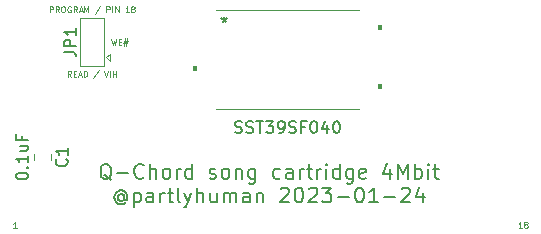
<source format=gbr>
%TF.GenerationSoftware,KiCad,Pcbnew,(6.0.7-1)-1*%
%TF.CreationDate,2023-01-24T10:25:51-08:00*%
%TF.ProjectId,QCard,51436172-642e-46b6-9963-61645f706362,1903842*%
%TF.SameCoordinates,Original*%
%TF.FileFunction,Legend,Top*%
%TF.FilePolarity,Positive*%
%FSLAX46Y46*%
G04 Gerber Fmt 4.6, Leading zero omitted, Abs format (unit mm)*
G04 Created by KiCad (PCBNEW (6.0.7-1)-1) date 2023-01-24 10:25:51*
%MOMM*%
%LPD*%
G01*
G04 APERTURE LIST*
%ADD10C,0.100000*%
%ADD11C,0.150000*%
%ADD12C,0.120000*%
G04 APERTURE END LIST*
D10*
X60726190Y-70426190D02*
X60559523Y-70188095D01*
X60440476Y-70426190D02*
X60440476Y-69926190D01*
X60630952Y-69926190D01*
X60678571Y-69950000D01*
X60702380Y-69973809D01*
X60726190Y-70021428D01*
X60726190Y-70092857D01*
X60702380Y-70140476D01*
X60678571Y-70164285D01*
X60630952Y-70188095D01*
X60440476Y-70188095D01*
X60940476Y-70164285D02*
X61107142Y-70164285D01*
X61178571Y-70426190D02*
X60940476Y-70426190D01*
X60940476Y-69926190D01*
X61178571Y-69926190D01*
X61369047Y-70283333D02*
X61607142Y-70283333D01*
X61321428Y-70426190D02*
X61488095Y-69926190D01*
X61654761Y-70426190D01*
X61821428Y-70426190D02*
X61821428Y-69926190D01*
X61940476Y-69926190D01*
X62011904Y-69950000D01*
X62059523Y-69997619D01*
X62083333Y-70045238D01*
X62107142Y-70140476D01*
X62107142Y-70211904D01*
X62083333Y-70307142D01*
X62059523Y-70354761D01*
X62011904Y-70402380D01*
X61940476Y-70426190D01*
X61821428Y-70426190D01*
X63059523Y-69902380D02*
X62630952Y-70545238D01*
X63535714Y-69926190D02*
X63702380Y-70426190D01*
X63869047Y-69926190D01*
X64035714Y-70426190D02*
X64035714Y-69926190D01*
X64273809Y-70426190D02*
X64273809Y-69926190D01*
X64273809Y-70164285D02*
X64559523Y-70164285D01*
X64559523Y-70426190D02*
X64559523Y-69926190D01*
X58916666Y-64976190D02*
X58916666Y-64476190D01*
X59107142Y-64476190D01*
X59154761Y-64500000D01*
X59178571Y-64523809D01*
X59202380Y-64571428D01*
X59202380Y-64642857D01*
X59178571Y-64690476D01*
X59154761Y-64714285D01*
X59107142Y-64738095D01*
X58916666Y-64738095D01*
X59702380Y-64976190D02*
X59535714Y-64738095D01*
X59416666Y-64976190D02*
X59416666Y-64476190D01*
X59607142Y-64476190D01*
X59654761Y-64500000D01*
X59678571Y-64523809D01*
X59702380Y-64571428D01*
X59702380Y-64642857D01*
X59678571Y-64690476D01*
X59654761Y-64714285D01*
X59607142Y-64738095D01*
X59416666Y-64738095D01*
X60011904Y-64476190D02*
X60107142Y-64476190D01*
X60154761Y-64500000D01*
X60202380Y-64547619D01*
X60226190Y-64642857D01*
X60226190Y-64809523D01*
X60202380Y-64904761D01*
X60154761Y-64952380D01*
X60107142Y-64976190D01*
X60011904Y-64976190D01*
X59964285Y-64952380D01*
X59916666Y-64904761D01*
X59892857Y-64809523D01*
X59892857Y-64642857D01*
X59916666Y-64547619D01*
X59964285Y-64500000D01*
X60011904Y-64476190D01*
X60702380Y-64500000D02*
X60654761Y-64476190D01*
X60583333Y-64476190D01*
X60511904Y-64500000D01*
X60464285Y-64547619D01*
X60440476Y-64595238D01*
X60416666Y-64690476D01*
X60416666Y-64761904D01*
X60440476Y-64857142D01*
X60464285Y-64904761D01*
X60511904Y-64952380D01*
X60583333Y-64976190D01*
X60630952Y-64976190D01*
X60702380Y-64952380D01*
X60726190Y-64928571D01*
X60726190Y-64761904D01*
X60630952Y-64761904D01*
X61226190Y-64976190D02*
X61059523Y-64738095D01*
X60940476Y-64976190D02*
X60940476Y-64476190D01*
X61130952Y-64476190D01*
X61178571Y-64500000D01*
X61202380Y-64523809D01*
X61226190Y-64571428D01*
X61226190Y-64642857D01*
X61202380Y-64690476D01*
X61178571Y-64714285D01*
X61130952Y-64738095D01*
X60940476Y-64738095D01*
X61416666Y-64833333D02*
X61654761Y-64833333D01*
X61369047Y-64976190D02*
X61535714Y-64476190D01*
X61702380Y-64976190D01*
X61869047Y-64976190D02*
X61869047Y-64476190D01*
X62035714Y-64833333D01*
X62202380Y-64476190D01*
X62202380Y-64976190D01*
X63178571Y-64452380D02*
X62750000Y-65095238D01*
X63726190Y-64976190D02*
X63726190Y-64476190D01*
X63916666Y-64476190D01*
X63964285Y-64500000D01*
X63988095Y-64523809D01*
X64011904Y-64571428D01*
X64011904Y-64642857D01*
X63988095Y-64690476D01*
X63964285Y-64714285D01*
X63916666Y-64738095D01*
X63726190Y-64738095D01*
X64226190Y-64976190D02*
X64226190Y-64476190D01*
X64464285Y-64976190D02*
X64464285Y-64476190D01*
X64750000Y-64976190D01*
X64750000Y-64476190D01*
X65630952Y-64976190D02*
X65345238Y-64976190D01*
X65488095Y-64976190D02*
X65488095Y-64476190D01*
X65440476Y-64547619D01*
X65392857Y-64595238D01*
X65345238Y-64619047D01*
X65916666Y-64690476D02*
X65869047Y-64666666D01*
X65845238Y-64642857D01*
X65821428Y-64595238D01*
X65821428Y-64571428D01*
X65845238Y-64523809D01*
X65869047Y-64500000D01*
X65916666Y-64476190D01*
X66011904Y-64476190D01*
X66059523Y-64500000D01*
X66083333Y-64523809D01*
X66107142Y-64571428D01*
X66107142Y-64595238D01*
X66083333Y-64642857D01*
X66059523Y-64666666D01*
X66011904Y-64690476D01*
X65916666Y-64690476D01*
X65869047Y-64714285D01*
X65845238Y-64738095D01*
X65821428Y-64785714D01*
X65821428Y-64880952D01*
X65845238Y-64928571D01*
X65869047Y-64952380D01*
X65916666Y-64976190D01*
X66011904Y-64976190D01*
X66059523Y-64952380D01*
X66083333Y-64928571D01*
X66107142Y-64880952D01*
X66107142Y-64785714D01*
X66083333Y-64738095D01*
X66059523Y-64714285D01*
X66011904Y-64690476D01*
D11*
X64136904Y-79178273D02*
X64017857Y-79118750D01*
X63898809Y-78999702D01*
X63720238Y-78821130D01*
X63601190Y-78761607D01*
X63482142Y-78761607D01*
X63541666Y-79059226D02*
X63422619Y-78999702D01*
X63303571Y-78880654D01*
X63244047Y-78642559D01*
X63244047Y-78225892D01*
X63303571Y-77987797D01*
X63422619Y-77868750D01*
X63541666Y-77809226D01*
X63779761Y-77809226D01*
X63898809Y-77868750D01*
X64017857Y-77987797D01*
X64077380Y-78225892D01*
X64077380Y-78642559D01*
X64017857Y-78880654D01*
X63898809Y-78999702D01*
X63779761Y-79059226D01*
X63541666Y-79059226D01*
X64613095Y-78583035D02*
X65565476Y-78583035D01*
X66875000Y-78940178D02*
X66815476Y-78999702D01*
X66636904Y-79059226D01*
X66517857Y-79059226D01*
X66339285Y-78999702D01*
X66220238Y-78880654D01*
X66160714Y-78761607D01*
X66101190Y-78523511D01*
X66101190Y-78344940D01*
X66160714Y-78106845D01*
X66220238Y-77987797D01*
X66339285Y-77868750D01*
X66517857Y-77809226D01*
X66636904Y-77809226D01*
X66815476Y-77868750D01*
X66875000Y-77928273D01*
X67410714Y-79059226D02*
X67410714Y-77809226D01*
X67946428Y-79059226D02*
X67946428Y-78404464D01*
X67886904Y-78285416D01*
X67767857Y-78225892D01*
X67589285Y-78225892D01*
X67470238Y-78285416D01*
X67410714Y-78344940D01*
X68720238Y-79059226D02*
X68601190Y-78999702D01*
X68541666Y-78940178D01*
X68482142Y-78821130D01*
X68482142Y-78463988D01*
X68541666Y-78344940D01*
X68601190Y-78285416D01*
X68720238Y-78225892D01*
X68898809Y-78225892D01*
X69017857Y-78285416D01*
X69077380Y-78344940D01*
X69136904Y-78463988D01*
X69136904Y-78821130D01*
X69077380Y-78940178D01*
X69017857Y-78999702D01*
X68898809Y-79059226D01*
X68720238Y-79059226D01*
X69672619Y-79059226D02*
X69672619Y-78225892D01*
X69672619Y-78463988D02*
X69732142Y-78344940D01*
X69791666Y-78285416D01*
X69910714Y-78225892D01*
X70029761Y-78225892D01*
X70982142Y-79059226D02*
X70982142Y-77809226D01*
X70982142Y-78999702D02*
X70863095Y-79059226D01*
X70625000Y-79059226D01*
X70505952Y-78999702D01*
X70446428Y-78940178D01*
X70386904Y-78821130D01*
X70386904Y-78463988D01*
X70446428Y-78344940D01*
X70505952Y-78285416D01*
X70625000Y-78225892D01*
X70863095Y-78225892D01*
X70982142Y-78285416D01*
X72470238Y-78999702D02*
X72589285Y-79059226D01*
X72827380Y-79059226D01*
X72946428Y-78999702D01*
X73005952Y-78880654D01*
X73005952Y-78821130D01*
X72946428Y-78702083D01*
X72827380Y-78642559D01*
X72648809Y-78642559D01*
X72529761Y-78583035D01*
X72470238Y-78463988D01*
X72470238Y-78404464D01*
X72529761Y-78285416D01*
X72648809Y-78225892D01*
X72827380Y-78225892D01*
X72946428Y-78285416D01*
X73720238Y-79059226D02*
X73601190Y-78999702D01*
X73541666Y-78940178D01*
X73482142Y-78821130D01*
X73482142Y-78463988D01*
X73541666Y-78344940D01*
X73601190Y-78285416D01*
X73720238Y-78225892D01*
X73898809Y-78225892D01*
X74017857Y-78285416D01*
X74077380Y-78344940D01*
X74136904Y-78463988D01*
X74136904Y-78821130D01*
X74077380Y-78940178D01*
X74017857Y-78999702D01*
X73898809Y-79059226D01*
X73720238Y-79059226D01*
X74672619Y-78225892D02*
X74672619Y-79059226D01*
X74672619Y-78344940D02*
X74732142Y-78285416D01*
X74851190Y-78225892D01*
X75029761Y-78225892D01*
X75148809Y-78285416D01*
X75208333Y-78404464D01*
X75208333Y-79059226D01*
X76339285Y-78225892D02*
X76339285Y-79237797D01*
X76279761Y-79356845D01*
X76220238Y-79416369D01*
X76101190Y-79475892D01*
X75922619Y-79475892D01*
X75803571Y-79416369D01*
X76339285Y-78999702D02*
X76220238Y-79059226D01*
X75982142Y-79059226D01*
X75863095Y-78999702D01*
X75803571Y-78940178D01*
X75744047Y-78821130D01*
X75744047Y-78463988D01*
X75803571Y-78344940D01*
X75863095Y-78285416D01*
X75982142Y-78225892D01*
X76220238Y-78225892D01*
X76339285Y-78285416D01*
X78422619Y-78999702D02*
X78303571Y-79059226D01*
X78065476Y-79059226D01*
X77946428Y-78999702D01*
X77886904Y-78940178D01*
X77827380Y-78821130D01*
X77827380Y-78463988D01*
X77886904Y-78344940D01*
X77946428Y-78285416D01*
X78065476Y-78225892D01*
X78303571Y-78225892D01*
X78422619Y-78285416D01*
X79494047Y-79059226D02*
X79494047Y-78404464D01*
X79434523Y-78285416D01*
X79315476Y-78225892D01*
X79077380Y-78225892D01*
X78958333Y-78285416D01*
X79494047Y-78999702D02*
X79375000Y-79059226D01*
X79077380Y-79059226D01*
X78958333Y-78999702D01*
X78898809Y-78880654D01*
X78898809Y-78761607D01*
X78958333Y-78642559D01*
X79077380Y-78583035D01*
X79375000Y-78583035D01*
X79494047Y-78523511D01*
X80089285Y-79059226D02*
X80089285Y-78225892D01*
X80089285Y-78463988D02*
X80148809Y-78344940D01*
X80208333Y-78285416D01*
X80327380Y-78225892D01*
X80446428Y-78225892D01*
X80684523Y-78225892D02*
X81160714Y-78225892D01*
X80863095Y-77809226D02*
X80863095Y-78880654D01*
X80922619Y-78999702D01*
X81041666Y-79059226D01*
X81160714Y-79059226D01*
X81577380Y-79059226D02*
X81577380Y-78225892D01*
X81577380Y-78463988D02*
X81636904Y-78344940D01*
X81696428Y-78285416D01*
X81815476Y-78225892D01*
X81934523Y-78225892D01*
X82351190Y-79059226D02*
X82351190Y-78225892D01*
X82351190Y-77809226D02*
X82291666Y-77868750D01*
X82351190Y-77928273D01*
X82410714Y-77868750D01*
X82351190Y-77809226D01*
X82351190Y-77928273D01*
X83482142Y-79059226D02*
X83482142Y-77809226D01*
X83482142Y-78999702D02*
X83363095Y-79059226D01*
X83125000Y-79059226D01*
X83005952Y-78999702D01*
X82946428Y-78940178D01*
X82886904Y-78821130D01*
X82886904Y-78463988D01*
X82946428Y-78344940D01*
X83005952Y-78285416D01*
X83125000Y-78225892D01*
X83363095Y-78225892D01*
X83482142Y-78285416D01*
X84613095Y-78225892D02*
X84613095Y-79237797D01*
X84553571Y-79356845D01*
X84494047Y-79416369D01*
X84375000Y-79475892D01*
X84196428Y-79475892D01*
X84077380Y-79416369D01*
X84613095Y-78999702D02*
X84494047Y-79059226D01*
X84255952Y-79059226D01*
X84136904Y-78999702D01*
X84077380Y-78940178D01*
X84017857Y-78821130D01*
X84017857Y-78463988D01*
X84077380Y-78344940D01*
X84136904Y-78285416D01*
X84255952Y-78225892D01*
X84494047Y-78225892D01*
X84613095Y-78285416D01*
X85684523Y-78999702D02*
X85565476Y-79059226D01*
X85327380Y-79059226D01*
X85208333Y-78999702D01*
X85148809Y-78880654D01*
X85148809Y-78404464D01*
X85208333Y-78285416D01*
X85327380Y-78225892D01*
X85565476Y-78225892D01*
X85684523Y-78285416D01*
X85744047Y-78404464D01*
X85744047Y-78523511D01*
X85148809Y-78642559D01*
X87767857Y-78225892D02*
X87767857Y-79059226D01*
X87470238Y-77749702D02*
X87172619Y-78642559D01*
X87946428Y-78642559D01*
X88422619Y-79059226D02*
X88422619Y-77809226D01*
X88839285Y-78702083D01*
X89255952Y-77809226D01*
X89255952Y-79059226D01*
X89851190Y-79059226D02*
X89851190Y-77809226D01*
X89851190Y-78285416D02*
X89970238Y-78225892D01*
X90208333Y-78225892D01*
X90327380Y-78285416D01*
X90386904Y-78344940D01*
X90446428Y-78463988D01*
X90446428Y-78821130D01*
X90386904Y-78940178D01*
X90327380Y-78999702D01*
X90208333Y-79059226D01*
X89970238Y-79059226D01*
X89851190Y-78999702D01*
X90982142Y-79059226D02*
X90982142Y-78225892D01*
X90982142Y-77809226D02*
X90922619Y-77868750D01*
X90982142Y-77928273D01*
X91041666Y-77868750D01*
X90982142Y-77809226D01*
X90982142Y-77928273D01*
X91398809Y-78225892D02*
X91875000Y-78225892D01*
X91577380Y-77809226D02*
X91577380Y-78880654D01*
X91636904Y-78999702D01*
X91755952Y-79059226D01*
X91875000Y-79059226D01*
X65208333Y-80476488D02*
X65148809Y-80416964D01*
X65029761Y-80357440D01*
X64910714Y-80357440D01*
X64791666Y-80416964D01*
X64732142Y-80476488D01*
X64672619Y-80595535D01*
X64672619Y-80714583D01*
X64732142Y-80833630D01*
X64791666Y-80893154D01*
X64910714Y-80952678D01*
X65029761Y-80952678D01*
X65148809Y-80893154D01*
X65208333Y-80833630D01*
X65208333Y-80357440D02*
X65208333Y-80833630D01*
X65267857Y-80893154D01*
X65327380Y-80893154D01*
X65446428Y-80833630D01*
X65505952Y-80714583D01*
X65505952Y-80416964D01*
X65386904Y-80238392D01*
X65208333Y-80119345D01*
X64970238Y-80059821D01*
X64732142Y-80119345D01*
X64553571Y-80238392D01*
X64434523Y-80416964D01*
X64375000Y-80655059D01*
X64434523Y-80893154D01*
X64553571Y-81071726D01*
X64732142Y-81190773D01*
X64970238Y-81250297D01*
X65208333Y-81190773D01*
X65386904Y-81071726D01*
X66041666Y-80238392D02*
X66041666Y-81488392D01*
X66041666Y-80297916D02*
X66160714Y-80238392D01*
X66398809Y-80238392D01*
X66517857Y-80297916D01*
X66577380Y-80357440D01*
X66636904Y-80476488D01*
X66636904Y-80833630D01*
X66577380Y-80952678D01*
X66517857Y-81012202D01*
X66398809Y-81071726D01*
X66160714Y-81071726D01*
X66041666Y-81012202D01*
X67708333Y-81071726D02*
X67708333Y-80416964D01*
X67648809Y-80297916D01*
X67529761Y-80238392D01*
X67291666Y-80238392D01*
X67172619Y-80297916D01*
X67708333Y-81012202D02*
X67589285Y-81071726D01*
X67291666Y-81071726D01*
X67172619Y-81012202D01*
X67113095Y-80893154D01*
X67113095Y-80774107D01*
X67172619Y-80655059D01*
X67291666Y-80595535D01*
X67589285Y-80595535D01*
X67708333Y-80536011D01*
X68303571Y-81071726D02*
X68303571Y-80238392D01*
X68303571Y-80476488D02*
X68363095Y-80357440D01*
X68422619Y-80297916D01*
X68541666Y-80238392D01*
X68660714Y-80238392D01*
X68898809Y-80238392D02*
X69375000Y-80238392D01*
X69077380Y-79821726D02*
X69077380Y-80893154D01*
X69136904Y-81012202D01*
X69255952Y-81071726D01*
X69375000Y-81071726D01*
X69970238Y-81071726D02*
X69851190Y-81012202D01*
X69791666Y-80893154D01*
X69791666Y-79821726D01*
X70327380Y-80238392D02*
X70625000Y-81071726D01*
X70922619Y-80238392D02*
X70625000Y-81071726D01*
X70505952Y-81369345D01*
X70446428Y-81428869D01*
X70327380Y-81488392D01*
X71398809Y-81071726D02*
X71398809Y-79821726D01*
X71934523Y-81071726D02*
X71934523Y-80416964D01*
X71875000Y-80297916D01*
X71755952Y-80238392D01*
X71577380Y-80238392D01*
X71458333Y-80297916D01*
X71398809Y-80357440D01*
X73065476Y-80238392D02*
X73065476Y-81071726D01*
X72529761Y-80238392D02*
X72529761Y-80893154D01*
X72589285Y-81012202D01*
X72708333Y-81071726D01*
X72886904Y-81071726D01*
X73005952Y-81012202D01*
X73065476Y-80952678D01*
X73660714Y-81071726D02*
X73660714Y-80238392D01*
X73660714Y-80357440D02*
X73720238Y-80297916D01*
X73839285Y-80238392D01*
X74017857Y-80238392D01*
X74136904Y-80297916D01*
X74196428Y-80416964D01*
X74196428Y-81071726D01*
X74196428Y-80416964D02*
X74255952Y-80297916D01*
X74375000Y-80238392D01*
X74553571Y-80238392D01*
X74672619Y-80297916D01*
X74732142Y-80416964D01*
X74732142Y-81071726D01*
X75863095Y-81071726D02*
X75863095Y-80416964D01*
X75803571Y-80297916D01*
X75684523Y-80238392D01*
X75446428Y-80238392D01*
X75327380Y-80297916D01*
X75863095Y-81012202D02*
X75744047Y-81071726D01*
X75446428Y-81071726D01*
X75327380Y-81012202D01*
X75267857Y-80893154D01*
X75267857Y-80774107D01*
X75327380Y-80655059D01*
X75446428Y-80595535D01*
X75744047Y-80595535D01*
X75863095Y-80536011D01*
X76458333Y-80238392D02*
X76458333Y-81071726D01*
X76458333Y-80357440D02*
X76517857Y-80297916D01*
X76636904Y-80238392D01*
X76815476Y-80238392D01*
X76934523Y-80297916D01*
X76994047Y-80416964D01*
X76994047Y-81071726D01*
X78482142Y-79940773D02*
X78541666Y-79881250D01*
X78660714Y-79821726D01*
X78958333Y-79821726D01*
X79077380Y-79881250D01*
X79136904Y-79940773D01*
X79196428Y-80059821D01*
X79196428Y-80178869D01*
X79136904Y-80357440D01*
X78422619Y-81071726D01*
X79196428Y-81071726D01*
X79970238Y-79821726D02*
X80089285Y-79821726D01*
X80208333Y-79881250D01*
X80267857Y-79940773D01*
X80327380Y-80059821D01*
X80386904Y-80297916D01*
X80386904Y-80595535D01*
X80327380Y-80833630D01*
X80267857Y-80952678D01*
X80208333Y-81012202D01*
X80089285Y-81071726D01*
X79970238Y-81071726D01*
X79851190Y-81012202D01*
X79791666Y-80952678D01*
X79732142Y-80833630D01*
X79672619Y-80595535D01*
X79672619Y-80297916D01*
X79732142Y-80059821D01*
X79791666Y-79940773D01*
X79851190Y-79881250D01*
X79970238Y-79821726D01*
X80863095Y-79940773D02*
X80922619Y-79881250D01*
X81041666Y-79821726D01*
X81339285Y-79821726D01*
X81458333Y-79881250D01*
X81517857Y-79940773D01*
X81577380Y-80059821D01*
X81577380Y-80178869D01*
X81517857Y-80357440D01*
X80803571Y-81071726D01*
X81577380Y-81071726D01*
X81994047Y-79821726D02*
X82767857Y-79821726D01*
X82351190Y-80297916D01*
X82529761Y-80297916D01*
X82648809Y-80357440D01*
X82708333Y-80416964D01*
X82767857Y-80536011D01*
X82767857Y-80833630D01*
X82708333Y-80952678D01*
X82648809Y-81012202D01*
X82529761Y-81071726D01*
X82172619Y-81071726D01*
X82053571Y-81012202D01*
X81994047Y-80952678D01*
X83303571Y-80595535D02*
X84255952Y-80595535D01*
X85089285Y-79821726D02*
X85208333Y-79821726D01*
X85327380Y-79881250D01*
X85386904Y-79940773D01*
X85446428Y-80059821D01*
X85505952Y-80297916D01*
X85505952Y-80595535D01*
X85446428Y-80833630D01*
X85386904Y-80952678D01*
X85327380Y-81012202D01*
X85208333Y-81071726D01*
X85089285Y-81071726D01*
X84970238Y-81012202D01*
X84910714Y-80952678D01*
X84851190Y-80833630D01*
X84791666Y-80595535D01*
X84791666Y-80297916D01*
X84851190Y-80059821D01*
X84910714Y-79940773D01*
X84970238Y-79881250D01*
X85089285Y-79821726D01*
X86696428Y-81071726D02*
X85982142Y-81071726D01*
X86339285Y-81071726D02*
X86339285Y-79821726D01*
X86220238Y-80000297D01*
X86101190Y-80119345D01*
X85982142Y-80178869D01*
X87232142Y-80595535D02*
X88184523Y-80595535D01*
X88720238Y-79940773D02*
X88779761Y-79881250D01*
X88898809Y-79821726D01*
X89196428Y-79821726D01*
X89315476Y-79881250D01*
X89375000Y-79940773D01*
X89434523Y-80059821D01*
X89434523Y-80178869D01*
X89375000Y-80357440D01*
X88660714Y-81071726D01*
X89434523Y-81071726D01*
X90505952Y-80238392D02*
X90505952Y-81071726D01*
X90208333Y-79762202D02*
X89910714Y-80655059D01*
X90684523Y-80655059D01*
D10*
X64136428Y-67226190D02*
X64255476Y-67726190D01*
X64350714Y-67369047D01*
X64445952Y-67726190D01*
X64565000Y-67226190D01*
X64755476Y-67464285D02*
X64922142Y-67464285D01*
X64993571Y-67726190D02*
X64755476Y-67726190D01*
X64755476Y-67226190D01*
X64993571Y-67226190D01*
X65184047Y-67392857D02*
X65541190Y-67392857D01*
X65326904Y-67178571D02*
X65184047Y-67821428D01*
X65493571Y-67607142D02*
X65136428Y-67607142D01*
X65350714Y-67821428D02*
X65493571Y-67178571D01*
X56142857Y-83226190D02*
X55857142Y-83226190D01*
X56000000Y-83226190D02*
X56000000Y-82726190D01*
X55952380Y-82797619D01*
X55904761Y-82845238D01*
X55857142Y-82869047D01*
X98904761Y-83226190D02*
X98619047Y-83226190D01*
X98761904Y-83226190D02*
X98761904Y-82726190D01*
X98714285Y-82797619D01*
X98666666Y-82845238D01*
X98619047Y-82869047D01*
X99190476Y-82940476D02*
X99142857Y-82916666D01*
X99119047Y-82892857D01*
X99095238Y-82845238D01*
X99095238Y-82821428D01*
X99119047Y-82773809D01*
X99142857Y-82750000D01*
X99190476Y-82726190D01*
X99285714Y-82726190D01*
X99333333Y-82750000D01*
X99357142Y-82773809D01*
X99380952Y-82821428D01*
X99380952Y-82845238D01*
X99357142Y-82892857D01*
X99333333Y-82916666D01*
X99285714Y-82940476D01*
X99190476Y-82940476D01*
X99142857Y-82964285D01*
X99119047Y-82988095D01*
X99095238Y-83035714D01*
X99095238Y-83130952D01*
X99119047Y-83178571D01*
X99142857Y-83202380D01*
X99190476Y-83226190D01*
X99285714Y-83226190D01*
X99333333Y-83202380D01*
X99357142Y-83178571D01*
X99380952Y-83130952D01*
X99380952Y-83035714D01*
X99357142Y-82988095D01*
X99333333Y-82964285D01*
X99285714Y-82940476D01*
D11*
%TO.C,JP1*%
X60152380Y-68333333D02*
X60866666Y-68333333D01*
X61009523Y-68380952D01*
X61104761Y-68476190D01*
X61152380Y-68619047D01*
X61152380Y-68714285D01*
X61152380Y-67857142D02*
X60152380Y-67857142D01*
X60152380Y-67476190D01*
X60200000Y-67380952D01*
X60247619Y-67333333D01*
X60342857Y-67285714D01*
X60485714Y-67285714D01*
X60580952Y-67333333D01*
X60628571Y-67380952D01*
X60676190Y-67476190D01*
X60676190Y-67857142D01*
X61152380Y-66333333D02*
X61152380Y-66904761D01*
X61152380Y-66619047D02*
X60152380Y-66619047D01*
X60295238Y-66714285D01*
X60390476Y-66809523D01*
X60438095Y-66904761D01*
%TO.C,U1*%
X74621653Y-75154761D02*
X74764510Y-75202380D01*
X75002605Y-75202380D01*
X75097844Y-75154761D01*
X75145463Y-75107142D01*
X75193082Y-75011904D01*
X75193082Y-74916666D01*
X75145463Y-74821428D01*
X75097844Y-74773809D01*
X75002605Y-74726190D01*
X74812129Y-74678571D01*
X74716891Y-74630952D01*
X74669272Y-74583333D01*
X74621653Y-74488095D01*
X74621653Y-74392857D01*
X74669272Y-74297619D01*
X74716891Y-74250000D01*
X74812129Y-74202380D01*
X75050225Y-74202380D01*
X75193082Y-74250000D01*
X75574034Y-75154761D02*
X75716891Y-75202380D01*
X75954986Y-75202380D01*
X76050225Y-75154761D01*
X76097844Y-75107142D01*
X76145463Y-75011904D01*
X76145463Y-74916666D01*
X76097844Y-74821428D01*
X76050225Y-74773809D01*
X75954986Y-74726190D01*
X75764510Y-74678571D01*
X75669272Y-74630952D01*
X75621653Y-74583333D01*
X75574034Y-74488095D01*
X75574034Y-74392857D01*
X75621653Y-74297619D01*
X75669272Y-74250000D01*
X75764510Y-74202380D01*
X76002605Y-74202380D01*
X76145463Y-74250000D01*
X76431177Y-74202380D02*
X77002605Y-74202380D01*
X76716891Y-75202380D02*
X76716891Y-74202380D01*
X77240701Y-74202380D02*
X77859748Y-74202380D01*
X77526415Y-74583333D01*
X77669272Y-74583333D01*
X77764510Y-74630952D01*
X77812129Y-74678571D01*
X77859748Y-74773809D01*
X77859748Y-75011904D01*
X77812129Y-75107142D01*
X77764510Y-75154761D01*
X77669272Y-75202380D01*
X77383558Y-75202380D01*
X77288320Y-75154761D01*
X77240701Y-75107142D01*
X78335939Y-75202380D02*
X78526415Y-75202380D01*
X78621653Y-75154761D01*
X78669272Y-75107142D01*
X78764510Y-74964285D01*
X78812129Y-74773809D01*
X78812129Y-74392857D01*
X78764510Y-74297619D01*
X78716891Y-74250000D01*
X78621653Y-74202380D01*
X78431177Y-74202380D01*
X78335939Y-74250000D01*
X78288320Y-74297619D01*
X78240701Y-74392857D01*
X78240701Y-74630952D01*
X78288320Y-74726190D01*
X78335939Y-74773809D01*
X78431177Y-74821428D01*
X78621653Y-74821428D01*
X78716891Y-74773809D01*
X78764510Y-74726190D01*
X78812129Y-74630952D01*
X79193082Y-75154761D02*
X79335939Y-75202380D01*
X79574034Y-75202380D01*
X79669272Y-75154761D01*
X79716891Y-75107142D01*
X79764510Y-75011904D01*
X79764510Y-74916666D01*
X79716891Y-74821428D01*
X79669272Y-74773809D01*
X79574034Y-74726190D01*
X79383558Y-74678571D01*
X79288320Y-74630952D01*
X79240701Y-74583333D01*
X79193082Y-74488095D01*
X79193082Y-74392857D01*
X79240701Y-74297619D01*
X79288320Y-74250000D01*
X79383558Y-74202380D01*
X79621653Y-74202380D01*
X79764510Y-74250000D01*
X80526415Y-74678571D02*
X80193082Y-74678571D01*
X80193082Y-75202380D02*
X80193082Y-74202380D01*
X80669272Y-74202380D01*
X81240701Y-74202380D02*
X81335939Y-74202380D01*
X81431177Y-74250000D01*
X81478796Y-74297619D01*
X81526415Y-74392857D01*
X81574034Y-74583333D01*
X81574034Y-74821428D01*
X81526415Y-75011904D01*
X81478796Y-75107142D01*
X81431177Y-75154761D01*
X81335939Y-75202380D01*
X81240701Y-75202380D01*
X81145463Y-75154761D01*
X81097844Y-75107142D01*
X81050225Y-75011904D01*
X81002605Y-74821428D01*
X81002605Y-74583333D01*
X81050225Y-74392857D01*
X81097844Y-74297619D01*
X81145463Y-74250000D01*
X81240701Y-74202380D01*
X82431177Y-74535714D02*
X82431177Y-75202380D01*
X82193082Y-74154761D02*
X81954986Y-74869047D01*
X82574034Y-74869047D01*
X83145463Y-74202380D02*
X83240701Y-74202380D01*
X83335939Y-74250000D01*
X83383558Y-74297619D01*
X83431177Y-74392857D01*
X83478796Y-74583333D01*
X83478796Y-74821428D01*
X83431177Y-75011904D01*
X83383558Y-75107142D01*
X83335939Y-75154761D01*
X83240701Y-75202380D01*
X83145463Y-75202380D01*
X83050225Y-75154761D01*
X83002605Y-75107142D01*
X82954986Y-75011904D01*
X82907367Y-74821428D01*
X82907367Y-74583333D01*
X82954986Y-74392857D01*
X83002605Y-74297619D01*
X83050225Y-74250000D01*
X83145463Y-74202380D01*
X73700000Y-65352380D02*
X73700000Y-65590476D01*
X73461904Y-65495238D02*
X73700000Y-65590476D01*
X73938095Y-65495238D01*
X73557142Y-65780952D02*
X73700000Y-65590476D01*
X73842857Y-65780952D01*
%TO.C,C1*%
X60337142Y-77404166D02*
X60384761Y-77451785D01*
X60432380Y-77594642D01*
X60432380Y-77689880D01*
X60384761Y-77832738D01*
X60289523Y-77927976D01*
X60194285Y-77975595D01*
X60003809Y-78023214D01*
X59860952Y-78023214D01*
X59670476Y-77975595D01*
X59575238Y-77927976D01*
X59480000Y-77832738D01*
X59432380Y-77689880D01*
X59432380Y-77594642D01*
X59480000Y-77451785D01*
X59527619Y-77404166D01*
X60432380Y-76451785D02*
X60432380Y-77023214D01*
X60432380Y-76737500D02*
X59432380Y-76737500D01*
X59575238Y-76832738D01*
X59670476Y-76927976D01*
X59718095Y-77023214D01*
X56072380Y-78880357D02*
X56072380Y-78785119D01*
X56120000Y-78689880D01*
X56167619Y-78642261D01*
X56262857Y-78594642D01*
X56453333Y-78547023D01*
X56691428Y-78547023D01*
X56881904Y-78594642D01*
X56977142Y-78642261D01*
X57024761Y-78689880D01*
X57072380Y-78785119D01*
X57072380Y-78880357D01*
X57024761Y-78975595D01*
X56977142Y-79023214D01*
X56881904Y-79070833D01*
X56691428Y-79118452D01*
X56453333Y-79118452D01*
X56262857Y-79070833D01*
X56167619Y-79023214D01*
X56120000Y-78975595D01*
X56072380Y-78880357D01*
X56977142Y-78118452D02*
X57024761Y-78070833D01*
X57072380Y-78118452D01*
X57024761Y-78166071D01*
X56977142Y-78118452D01*
X57072380Y-78118452D01*
X57072380Y-77118452D02*
X57072380Y-77689880D01*
X57072380Y-77404166D02*
X56072380Y-77404166D01*
X56215238Y-77499404D01*
X56310476Y-77594642D01*
X56358095Y-77689880D01*
X56405714Y-76261309D02*
X57072380Y-76261309D01*
X56405714Y-76689880D02*
X56929523Y-76689880D01*
X57024761Y-76642261D01*
X57072380Y-76547023D01*
X57072380Y-76404166D01*
X57024761Y-76308928D01*
X56977142Y-76261309D01*
X56548571Y-75451785D02*
X56548571Y-75785119D01*
X57072380Y-75785119D02*
X56072380Y-75785119D01*
X56072380Y-75308928D01*
D12*
%TO.C,JP1*%
X61500000Y-69550000D02*
X61500000Y-65450000D01*
X61500000Y-65450000D02*
X63500000Y-65450000D01*
X64000000Y-69100000D02*
X64000000Y-68500000D01*
X63500000Y-65450000D02*
X63500000Y-69550000D01*
X63500000Y-69550000D02*
X61500000Y-69550000D01*
X63700000Y-68800000D02*
X64000000Y-69100000D01*
X63700000Y-68800000D02*
X64000000Y-68500000D01*
%TO.C,U1*%
X72967434Y-73130800D02*
X85133016Y-73130800D01*
X85133016Y-64774200D02*
X72967434Y-64774200D01*
G36*
X87007524Y-71393001D02*
G01*
X86753524Y-71393001D01*
X86753524Y-71012001D01*
X87007524Y-71012001D01*
X87007524Y-71393001D01*
G37*
D10*
X87007524Y-71393001D02*
X86753524Y-71393001D01*
X86753524Y-71012001D01*
X87007524Y-71012001D01*
X87007524Y-71393001D01*
G36*
X71346926Y-69893001D02*
G01*
X71092926Y-69893001D01*
X71092926Y-69512001D01*
X71346926Y-69512001D01*
X71346926Y-69893001D01*
G37*
X71346926Y-69893001D02*
X71092926Y-69893001D01*
X71092926Y-69512001D01*
X71346926Y-69512001D01*
X71346926Y-69893001D01*
G36*
X87007524Y-66393000D02*
G01*
X86753524Y-66393000D01*
X86753524Y-66012000D01*
X87007524Y-66012000D01*
X87007524Y-66393000D01*
G37*
X87007524Y-66393000D02*
X86753524Y-66393000D01*
X86753524Y-66012000D01*
X87007524Y-66012000D01*
X87007524Y-66393000D01*
D12*
%TO.C,C1*%
X57565000Y-76976248D02*
X57565000Y-77498752D01*
X59035000Y-76976248D02*
X59035000Y-77498752D01*
%TD*%
M02*

</source>
